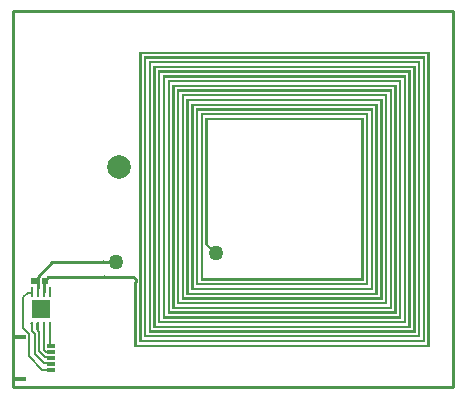
<source format=gtl>
G04*
G04 #@! TF.GenerationSoftware,Altium Limited,Altium Designer,23.6.0 (18)*
G04*
G04 Layer_Physical_Order=1*
G04 Layer_Color=255*
%FSLAX43Y43*%
%MOMM*%
G71*
G04*
G04 #@! TF.SameCoordinates,0D2679BE-82C5-4F77-93CB-BF777400B08C*
G04*
G04*
G04 #@! TF.FilePolarity,Positive*
G04*
G01*
G75*
%ADD11C,0.200*%
%ADD12C,0.254*%
%ADD13R,1.600X1.600*%
%ADD14R,0.249X0.805*%
G04:AMPARAMS|DCode=20|XSize=0.254mm|YSize=0.254mm|CornerRadius=0.064mm|HoleSize=0mm|Usage=FLASHONLY|Rotation=0.000|XOffset=0mm|YOffset=0mm|HoleType=Round|Shape=RoundedRectangle|*
%AMROUNDEDRECTD20*
21,1,0.254,0.127,0,0,0.0*
21,1,0.127,0.254,0,0,0.0*
1,1,0.127,0.064,-0.064*
1,1,0.127,-0.064,-0.064*
1,1,0.127,-0.064,0.064*
1,1,0.127,0.064,0.064*
%
%ADD20ROUNDEDRECTD20*%
%ADD21R,0.510X0.560*%
%ADD22R,1.000X0.300*%
%ADD23R,0.700X0.300*%
%ADD24C,0.150*%
%ADD25C,2.000*%
%ADD26C,1.270*%
G36*
X35320Y3400D02*
X10320D01*
X10320Y8883D01*
X10322Y8881D01*
X10420Y8862D01*
X10517Y8881D01*
X10520Y8883D01*
Y3600D01*
X35120D01*
Y28200D01*
X10920D01*
Y4000D01*
X34720D01*
Y27800D01*
X11320D01*
Y4400D01*
X34320D01*
Y27400D01*
X11720D01*
Y4800D01*
X33920D01*
Y27000D01*
X12120D01*
Y5200D01*
X33520D01*
Y26600D01*
X12520D01*
Y5600D01*
X33120D01*
Y26200D01*
X12920D01*
Y6000D01*
X32720D01*
Y25800D01*
X13320D01*
Y6400D01*
X32320D01*
Y25400D01*
X13720D01*
Y6800D01*
X31920D01*
Y25000D01*
X14120D01*
Y7200D01*
X31520D01*
Y24600D01*
X14520D01*
Y7600D01*
X31120D01*
Y24200D01*
X14920D01*
Y8000D01*
X30720D01*
Y23800D01*
X15320D01*
Y8400D01*
X30320D01*
Y23400D01*
X15720D01*
Y8800D01*
X29920D01*
Y23000D01*
X16120D01*
Y9200D01*
X29520D01*
Y22600D01*
X16520D01*
Y12015D01*
X16320D01*
Y22800D01*
X29720D01*
Y9000D01*
X15920D01*
Y23200D01*
X30120D01*
Y8600D01*
X15520D01*
Y23600D01*
X30520D01*
Y8200D01*
X15120D01*
Y24000D01*
X30920D01*
Y7800D01*
X14720D01*
Y24400D01*
X31320D01*
Y7400D01*
X14320D01*
Y24800D01*
X31720D01*
Y7000D01*
X13920D01*
Y25200D01*
X32120D01*
Y6600D01*
X13520D01*
Y25600D01*
X32520D01*
Y6200D01*
X13120D01*
Y26000D01*
X32920D01*
Y5800D01*
X12720D01*
Y26400D01*
X33320D01*
Y5400D01*
X12320D01*
Y26800D01*
X33720D01*
Y5000D01*
X11920D01*
Y27200D01*
X34120D01*
Y4600D01*
X11520D01*
Y27600D01*
X34520D01*
Y4200D01*
X11120D01*
Y28000D01*
X34920D01*
Y3800D01*
X10720D01*
Y28400D01*
X35320D01*
Y3400D01*
D02*
G37*
D11*
X16420Y12015D02*
X17118Y11317D01*
X16420Y12015D02*
X17118Y11317D01*
X17215D01*
D12*
X10220Y9317D02*
X10420Y9117D01*
Y8905D02*
Y9117D01*
X7776Y10567D02*
X8715D01*
X7789Y9317D02*
X10220D01*
X10420Y8905D02*
Y9117D01*
X10220Y9317D02*
X10420Y9117D01*
X3039Y9317D02*
X10220D01*
X3347Y10567D02*
X8715D01*
X2639Y8917D02*
X3039Y9317D01*
X2637Y8021D02*
X2639Y8024D01*
Y8917D01*
X2137Y8424D02*
Y9357D01*
X3347Y10567D01*
X0Y0D02*
X37280D01*
X0Y31820D02*
X37280D01*
Y0D02*
Y31820D01*
X0Y0D02*
Y31820D01*
D13*
X2387Y6570D02*
D03*
D14*
X3137Y5118D02*
D03*
X2637D02*
D03*
X2137D02*
D03*
X1636D02*
D03*
Y8021D02*
D03*
X2137D02*
D03*
X2637D02*
D03*
X3137D02*
D03*
D20*
X7776Y10567D02*
D03*
X7789Y9317D02*
D03*
D21*
X1850Y8950D02*
D03*
X2750D02*
D03*
D22*
X628Y653D02*
D03*
Y4233D02*
D03*
D23*
X3278Y1443D02*
D03*
Y1943D02*
D03*
Y2443D02*
D03*
Y2943D02*
D03*
Y3443D02*
D03*
D24*
X2517Y1483D02*
X3278D01*
X1400Y2600D02*
X2517Y1483D01*
X2087Y4922D02*
X2136Y4873D01*
Y4716D02*
Y4873D01*
X2216Y3008D02*
Y4636D01*
X2136Y4716D02*
X2216Y4636D01*
X900Y5009D02*
Y7600D01*
Y5009D02*
X1400Y4509D01*
X900Y7600D02*
X1301Y8001D01*
X1400Y2600D02*
Y4509D01*
X1301Y8001D02*
X1657D01*
X3212Y3483D02*
X3278D01*
X3137Y3558D02*
X3212Y3483D01*
X3137Y3558D02*
Y5168D01*
X2637Y3159D02*
X2792Y3004D01*
X2637Y3159D02*
Y5168D01*
X1636Y4716D02*
Y5365D01*
X1870Y2783D02*
Y4482D01*
X1636Y4716D02*
X1870Y4482D01*
X1589Y5412D02*
X1636Y5365D01*
X2087Y4922D02*
Y5414D01*
X1870Y2783D02*
X2649Y2004D01*
X3257D02*
X3278Y1983D01*
X2649Y2004D02*
X3257D01*
X2216Y3008D02*
X2720Y2504D01*
X3257D02*
X3278Y2483D01*
X2720Y2504D02*
X3257D01*
X2792Y3004D02*
X3257D01*
X3278Y2983D01*
D25*
X9000Y18620D02*
D03*
D26*
X17215Y11317D02*
D03*
X8715Y10567D02*
D03*
M02*

</source>
